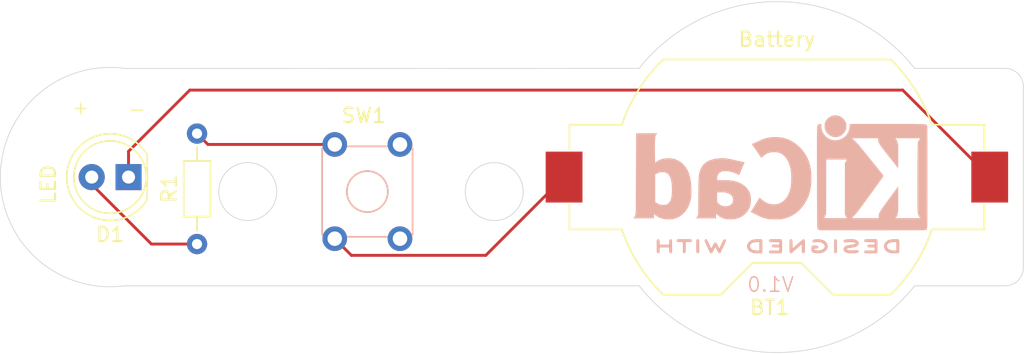
<source format=kicad_pcb>
(kicad_pcb (version 20240108) (generator "pcbnew") (generator_version "8.0")
  (title_block (title "LED Torch") (date "2024-08-08") (rev "1") (company "Emmanuel Ngwala"))
  (layers (0 "F.Cu" signal) (31 "B.Cu" signal) (34 "B.Paste" user) (35 "F.Paste" user) (36 "B.SilkS" user "B.Silkscreen") (37 "F.SilkS" user "F.Silkscreen") (38 "B.Mask" user) (39 "F.Mask" user) (44 "Edge.Cuts" user))
  (net 0 "")
  (net 1 "/LED_CATHODE")
  (net 2 "/BAT_POS")
  (net 3 "/LED_ANODE")
  (net 4 "Net-(SW2A-A)")
  (footprint "Battery:BatteryHolder_Keystone_1058_1x2032" (layer "F.Cu") (at 159 72.5)
    (property "Reference" "BT1" (at -0.5 9 0) (layer "F.SilkS"))
    (property "Value" "Battery" (at 0 -9.5 0) (layer "F.SilkS"))
    (pad "1" smd rect (at -14.68 0) (size 2.54 3.51) (layers "F.Cu" "F.Paste" "F.Mask") (net 2 "/BAT_POS"))
    (pad "2" smd rect (at 14.68 0) (size 2.54 3.51) (layers "F.Cu" "F.Paste" "F.Mask") (net 1 "/LED_CATHODE"))
  )
  (footprint "LED_THT:LED_D5.0mm" (layer "F.Cu") (at 114.275 72.5 180)
    (property "Reference" "D1" (at 1.27 -3.96 180) (layer "F.SilkS"))
    (property "Value" "LED" (at 5.525 -0.5 270) (layer "F.SilkS"))
    (pad "1" thru_hole rect (at 0 0 180) (size 1.8 1.8) (drill 0.9) (layers "*.Cu" "*.Mask") (net 1 "/LED_CATHODE"))
    (pad "2" thru_hole circle (at 2.54 0 180) (size 1.8 1.8) (drill 0.9) (layers "*.Cu" "*.Mask") (net 3 "/LED_ANODE"))
  )
  (footprint "Resistor_THT:R_Axial_DIN0204_L3.6mm_D1.6mm_P7.62mm_Horizontal" (layer "F.Cu") (at 119 77.12 90)
    (property "Reference" "R1" (at 3.81 -1.92 270) (layer "F.SilkS"))
    (property "Value" "R")
    (pad "1" thru_hole circle (at 0 0 90) (size 1.4 1.4) (drill 0.7) (layers "*.Cu" "*.Mask") (net 3 "/LED_ANODE"))
    (pad "2" thru_hole oval (at 7.62 0 90) (size 1.4 1.4) (drill 0.7) (layers "*.Cu" "*.Mask") (net 4 "Net-(SW2A-A)"))
  )
  (footprint "Symbol:KiCad-Logo2_8mm_SilkScreen" (layer "B.Cu") (at 159.259893 72.176424 180)
    (property "Reference" "REF**" (hide yes))
    (property "Value" "KiCad-Logo2_8mm_SilkScreen" (hide yes))
  )
  (footprint "Button_Switch_THT:SW_TH_Tactile_Omron_B3F-10xx" (layer "B.Cu") (at 128.5 70.25 -90)
    (property "Reference" "SW1" (at -2 -2 180) (layer "F.SilkS"))
    (property "Value" "SW_DPST_x2")
    (pad "1" thru_hole circle (at 0 0 270) (size 1.7 1.7) (drill 1) (layers "*.Cu" "*.Mask") (net 4 "Net-(SW2A-A)"))
    (pad "2" thru_hole circle (at 6.5 0 270) (size 1.7 1.7) (drill 1) (layers "*.Cu" "*.Mask") (net 2 "/BAT_POS"))
    (pad "3" thru_hole circle (at 0 -4.5 270) (size 1.7 1.7) (drill 1) (layers "*.Cu" "*.Mask"))
    (pad "4" thru_hole circle (at 6.5 -4.5 270) (size 1.7 1.7) (drill 1) (layers "*.Cu" "*.Mask"))
  )
  (gr_line (start 176 78.75) (end 176 66.25) (stroke (width 0.05)) (layer "Edge.Cuts"))
  (gr_line (start 149.5 65) (end 114.070047 65.009674) (stroke (width 0.05)) (layer "Edge.Cuts"))
  (gr_arc (start 114 79.999999) (mid 105.433711 72.464644) (end 114.070047 65.009674) (stroke (width 0.05)) (layer "Edge.Cuts"))
  (gr_arc (start 174.75 65) (mid 175.633883 65.366117) (end 176 66.25) (stroke (width 0.05)) (layer "Edge.Cuts"))
  (gr_line (start 114 79.999999) (end 149.5 80) (stroke (width 0.05)) (layer "Edge.Cuts"))
  (gr_line (start 174.75 80) (end 168.5 80) (stroke (width 0.05)) (layer "Edge.Cuts"))
  (gr_line (start 168.5 65) (end 174.75 65) (stroke (width 0.05)) (layer "Edge.Cuts"))
  (gr_arc (start 149.5 65) (mid 159 60.396282) (end 168.5 65) (stroke (width 0.05)) (layer "Edge.Cuts"))
  (gr_circle (center 122.5 73.5) (end 124.5 73.5) (stroke (width 0.05)) (fill none) (layer "Edge.Cuts"))
  (gr_arc (start 176 78.75) (mid 175.633883 79.633883) (end 174.75 80) (stroke (width 0.05)) (layer "Edge.Cuts"))
  (gr_arc (start 168.5 80) (mid 159 84.603718) (end 149.5 80) (stroke (width 0.05)) (layer "Edge.Cuts"))
  (gr_circle (center 139.5 73.5) (end 141.5 73.5) (stroke (width 0.05)) (fill none) (layer "Edge.Cuts"))
  (gr_text "V1.0" (at 160.25 80.5 0) (layer "B.SilkS") (effects (font (size 1 1) (thickness 0.1)) (justify left bottom mirror)))
  (gr_text "-\n" (at 114.173 68.4022 0) (layer "F.SilkS") (effects (font (size 1 1) (thickness 0.1)) (justify left bottom)))
  (gr_text "+\n" (at 110.2868 68.2752 0) (layer "F.SilkS") (effects (font (size 1 1) (thickness 0.1)) (justify left bottom)))
  (segment (start 118.5 66.5) (end 167.68 66.5) (width 0.2) (layer "F.Cu") (net 1))
  (segment (start 114.275 73) (end 114.275 70.725) (width 0.2) (layer "F.Cu") (net 1))
  (segment (start 167.68 66.5) (end 173.68 72.5) (width 0.2) (layer "F.Cu") (net 1))
  (segment (start 114.275 70.725) (end 118.5 66.5) (width 0.2) (layer "F.Cu") (net 1))
  (segment (start 138.92 77.9) (end 144.32 72.5) (width 0.2) (layer "F.Cu") (net 2))
  (segment (start 128.5 76.75) (end 129.65 77.9) (width 0.2) (layer "F.Cu") (net 2))
  (segment (start 129.65 77.9) (end 138.92 77.9) (width 0.2) (layer "F.Cu") (net 2))
  (segment (start 111.735 73) (end 115.855 77.12) (width 0.2) (layer "F.Cu") (net 3))
  (segment (start 115.855 77.12) (end 119 77.12) (width 0.2) (layer "F.Cu") (net 3))
  (segment (start 119 69.5) (end 119.75 70.25) (width 0.2) (layer "F.Cu") (net 4))
  (segment (start 119.75 70.25) (end 128.5 70.25) (width 0.2) (layer "F.Cu") (net 4))
)
</source>
